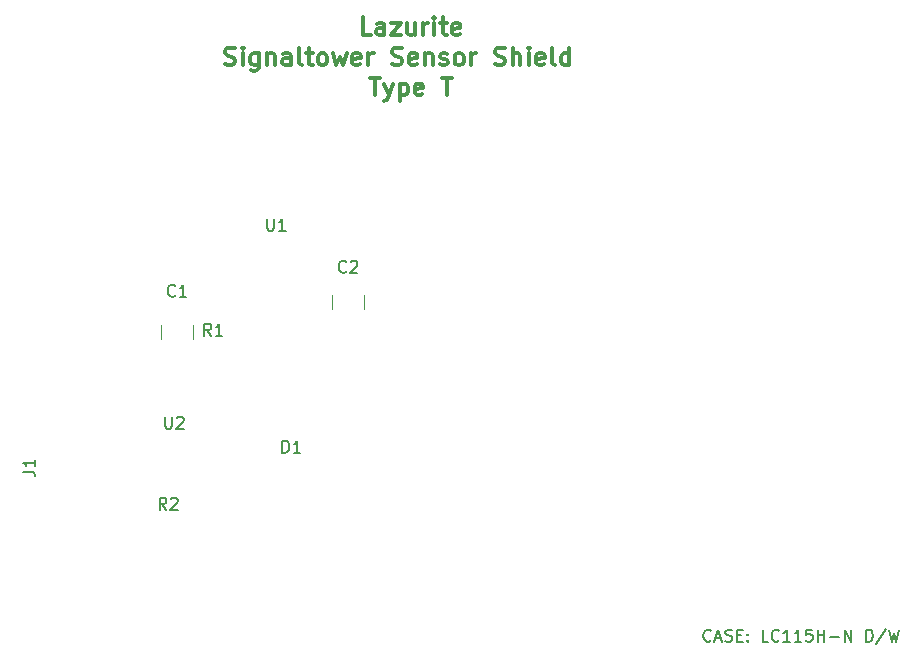
<source format=gbr>
G04 #@! TF.GenerationSoftware,KiCad,Pcbnew,(5.1.4)-1*
G04 #@! TF.CreationDate,2019-11-18T11:48:03+09:00*
G04 #@! TF.ProjectId,signaltowr_hikarikensyutu,7369676e-616c-4746-9f77-725f68696b61,rev?*
G04 #@! TF.SameCoordinates,Original*
G04 #@! TF.FileFunction,Legend,Top*
G04 #@! TF.FilePolarity,Positive*
%FSLAX46Y46*%
G04 Gerber Fmt 4.6, Leading zero omitted, Abs format (unit mm)*
G04 Created by KiCad (PCBNEW (5.1.4)-1) date 2019-11-18 11:48:03*
%MOMM*%
%LPD*%
G04 APERTURE LIST*
%ADD10C,0.300000*%
%ADD11C,0.150000*%
%ADD12C,0.120000*%
G04 APERTURE END LIST*
D10*
X115479142Y-56294571D02*
X114764857Y-56294571D01*
X114764857Y-54794571D01*
X116622000Y-56294571D02*
X116622000Y-55508857D01*
X116550571Y-55366000D01*
X116407714Y-55294571D01*
X116122000Y-55294571D01*
X115979142Y-55366000D01*
X116622000Y-56223142D02*
X116479142Y-56294571D01*
X116122000Y-56294571D01*
X115979142Y-56223142D01*
X115907714Y-56080285D01*
X115907714Y-55937428D01*
X115979142Y-55794571D01*
X116122000Y-55723142D01*
X116479142Y-55723142D01*
X116622000Y-55651714D01*
X117193428Y-55294571D02*
X117979142Y-55294571D01*
X117193428Y-56294571D01*
X117979142Y-56294571D01*
X119193428Y-55294571D02*
X119193428Y-56294571D01*
X118550571Y-55294571D02*
X118550571Y-56080285D01*
X118622000Y-56223142D01*
X118764857Y-56294571D01*
X118979142Y-56294571D01*
X119122000Y-56223142D01*
X119193428Y-56151714D01*
X119907714Y-56294571D02*
X119907714Y-55294571D01*
X119907714Y-55580285D02*
X119979142Y-55437428D01*
X120050571Y-55366000D01*
X120193428Y-55294571D01*
X120336285Y-55294571D01*
X120836285Y-56294571D02*
X120836285Y-55294571D01*
X120836285Y-54794571D02*
X120764857Y-54866000D01*
X120836285Y-54937428D01*
X120907714Y-54866000D01*
X120836285Y-54794571D01*
X120836285Y-54937428D01*
X121336285Y-55294571D02*
X121907714Y-55294571D01*
X121550571Y-54794571D02*
X121550571Y-56080285D01*
X121622000Y-56223142D01*
X121764857Y-56294571D01*
X121907714Y-56294571D01*
X122979142Y-56223142D02*
X122836285Y-56294571D01*
X122550571Y-56294571D01*
X122407714Y-56223142D01*
X122336285Y-56080285D01*
X122336285Y-55508857D01*
X122407714Y-55366000D01*
X122550571Y-55294571D01*
X122836285Y-55294571D01*
X122979142Y-55366000D01*
X123050571Y-55508857D01*
X123050571Y-55651714D01*
X122336285Y-55794571D01*
X103122000Y-58773142D02*
X103336285Y-58844571D01*
X103693428Y-58844571D01*
X103836285Y-58773142D01*
X103907714Y-58701714D01*
X103979142Y-58558857D01*
X103979142Y-58416000D01*
X103907714Y-58273142D01*
X103836285Y-58201714D01*
X103693428Y-58130285D01*
X103407714Y-58058857D01*
X103264857Y-57987428D01*
X103193428Y-57916000D01*
X103122000Y-57773142D01*
X103122000Y-57630285D01*
X103193428Y-57487428D01*
X103264857Y-57416000D01*
X103407714Y-57344571D01*
X103764857Y-57344571D01*
X103979142Y-57416000D01*
X104622000Y-58844571D02*
X104622000Y-57844571D01*
X104622000Y-57344571D02*
X104550571Y-57416000D01*
X104622000Y-57487428D01*
X104693428Y-57416000D01*
X104622000Y-57344571D01*
X104622000Y-57487428D01*
X105979142Y-57844571D02*
X105979142Y-59058857D01*
X105907714Y-59201714D01*
X105836285Y-59273142D01*
X105693428Y-59344571D01*
X105479142Y-59344571D01*
X105336285Y-59273142D01*
X105979142Y-58773142D02*
X105836285Y-58844571D01*
X105550571Y-58844571D01*
X105407714Y-58773142D01*
X105336285Y-58701714D01*
X105264857Y-58558857D01*
X105264857Y-58130285D01*
X105336285Y-57987428D01*
X105407714Y-57916000D01*
X105550571Y-57844571D01*
X105836285Y-57844571D01*
X105979142Y-57916000D01*
X106693428Y-57844571D02*
X106693428Y-58844571D01*
X106693428Y-57987428D02*
X106764857Y-57916000D01*
X106907714Y-57844571D01*
X107122000Y-57844571D01*
X107264857Y-57916000D01*
X107336285Y-58058857D01*
X107336285Y-58844571D01*
X108693428Y-58844571D02*
X108693428Y-58058857D01*
X108622000Y-57916000D01*
X108479142Y-57844571D01*
X108193428Y-57844571D01*
X108050571Y-57916000D01*
X108693428Y-58773142D02*
X108550571Y-58844571D01*
X108193428Y-58844571D01*
X108050571Y-58773142D01*
X107979142Y-58630285D01*
X107979142Y-58487428D01*
X108050571Y-58344571D01*
X108193428Y-58273142D01*
X108550571Y-58273142D01*
X108693428Y-58201714D01*
X109622000Y-58844571D02*
X109479142Y-58773142D01*
X109407714Y-58630285D01*
X109407714Y-57344571D01*
X109979142Y-57844571D02*
X110550571Y-57844571D01*
X110193428Y-57344571D02*
X110193428Y-58630285D01*
X110264857Y-58773142D01*
X110407714Y-58844571D01*
X110550571Y-58844571D01*
X111264857Y-58844571D02*
X111122000Y-58773142D01*
X111050571Y-58701714D01*
X110979142Y-58558857D01*
X110979142Y-58130285D01*
X111050571Y-57987428D01*
X111122000Y-57916000D01*
X111264857Y-57844571D01*
X111479142Y-57844571D01*
X111622000Y-57916000D01*
X111693428Y-57987428D01*
X111764857Y-58130285D01*
X111764857Y-58558857D01*
X111693428Y-58701714D01*
X111622000Y-58773142D01*
X111479142Y-58844571D01*
X111264857Y-58844571D01*
X112264857Y-57844571D02*
X112550571Y-58844571D01*
X112836285Y-58130285D01*
X113122000Y-58844571D01*
X113407714Y-57844571D01*
X114550571Y-58773142D02*
X114407714Y-58844571D01*
X114122000Y-58844571D01*
X113979142Y-58773142D01*
X113907714Y-58630285D01*
X113907714Y-58058857D01*
X113979142Y-57916000D01*
X114122000Y-57844571D01*
X114407714Y-57844571D01*
X114550571Y-57916000D01*
X114622000Y-58058857D01*
X114622000Y-58201714D01*
X113907714Y-58344571D01*
X115264857Y-58844571D02*
X115264857Y-57844571D01*
X115264857Y-58130285D02*
X115336285Y-57987428D01*
X115407714Y-57916000D01*
X115550571Y-57844571D01*
X115693428Y-57844571D01*
X117264857Y-58773142D02*
X117479142Y-58844571D01*
X117836285Y-58844571D01*
X117979142Y-58773142D01*
X118050571Y-58701714D01*
X118122000Y-58558857D01*
X118122000Y-58416000D01*
X118050571Y-58273142D01*
X117979142Y-58201714D01*
X117836285Y-58130285D01*
X117550571Y-58058857D01*
X117407714Y-57987428D01*
X117336285Y-57916000D01*
X117264857Y-57773142D01*
X117264857Y-57630285D01*
X117336285Y-57487428D01*
X117407714Y-57416000D01*
X117550571Y-57344571D01*
X117907714Y-57344571D01*
X118122000Y-57416000D01*
X119336285Y-58773142D02*
X119193428Y-58844571D01*
X118907714Y-58844571D01*
X118764857Y-58773142D01*
X118693428Y-58630285D01*
X118693428Y-58058857D01*
X118764857Y-57916000D01*
X118907714Y-57844571D01*
X119193428Y-57844571D01*
X119336285Y-57916000D01*
X119407714Y-58058857D01*
X119407714Y-58201714D01*
X118693428Y-58344571D01*
X120050571Y-57844571D02*
X120050571Y-58844571D01*
X120050571Y-57987428D02*
X120122000Y-57916000D01*
X120264857Y-57844571D01*
X120479142Y-57844571D01*
X120622000Y-57916000D01*
X120693428Y-58058857D01*
X120693428Y-58844571D01*
X121336285Y-58773142D02*
X121479142Y-58844571D01*
X121764857Y-58844571D01*
X121907714Y-58773142D01*
X121979142Y-58630285D01*
X121979142Y-58558857D01*
X121907714Y-58416000D01*
X121764857Y-58344571D01*
X121550571Y-58344571D01*
X121407714Y-58273142D01*
X121336285Y-58130285D01*
X121336285Y-58058857D01*
X121407714Y-57916000D01*
X121550571Y-57844571D01*
X121764857Y-57844571D01*
X121907714Y-57916000D01*
X122836285Y-58844571D02*
X122693428Y-58773142D01*
X122622000Y-58701714D01*
X122550571Y-58558857D01*
X122550571Y-58130285D01*
X122622000Y-57987428D01*
X122693428Y-57916000D01*
X122836285Y-57844571D01*
X123050571Y-57844571D01*
X123193428Y-57916000D01*
X123264857Y-57987428D01*
X123336285Y-58130285D01*
X123336285Y-58558857D01*
X123264857Y-58701714D01*
X123193428Y-58773142D01*
X123050571Y-58844571D01*
X122836285Y-58844571D01*
X123979142Y-58844571D02*
X123979142Y-57844571D01*
X123979142Y-58130285D02*
X124050571Y-57987428D01*
X124122000Y-57916000D01*
X124264857Y-57844571D01*
X124407714Y-57844571D01*
X125979142Y-58773142D02*
X126193428Y-58844571D01*
X126550571Y-58844571D01*
X126693428Y-58773142D01*
X126764857Y-58701714D01*
X126836285Y-58558857D01*
X126836285Y-58416000D01*
X126764857Y-58273142D01*
X126693428Y-58201714D01*
X126550571Y-58130285D01*
X126264857Y-58058857D01*
X126122000Y-57987428D01*
X126050571Y-57916000D01*
X125979142Y-57773142D01*
X125979142Y-57630285D01*
X126050571Y-57487428D01*
X126122000Y-57416000D01*
X126264857Y-57344571D01*
X126622000Y-57344571D01*
X126836285Y-57416000D01*
X127479142Y-58844571D02*
X127479142Y-57344571D01*
X128122000Y-58844571D02*
X128122000Y-58058857D01*
X128050571Y-57916000D01*
X127907714Y-57844571D01*
X127693428Y-57844571D01*
X127550571Y-57916000D01*
X127479142Y-57987428D01*
X128836285Y-58844571D02*
X128836285Y-57844571D01*
X128836285Y-57344571D02*
X128764857Y-57416000D01*
X128836285Y-57487428D01*
X128907714Y-57416000D01*
X128836285Y-57344571D01*
X128836285Y-57487428D01*
X130122000Y-58773142D02*
X129979142Y-58844571D01*
X129693428Y-58844571D01*
X129550571Y-58773142D01*
X129479142Y-58630285D01*
X129479142Y-58058857D01*
X129550571Y-57916000D01*
X129693428Y-57844571D01*
X129979142Y-57844571D01*
X130122000Y-57916000D01*
X130193428Y-58058857D01*
X130193428Y-58201714D01*
X129479142Y-58344571D01*
X131050571Y-58844571D02*
X130907714Y-58773142D01*
X130836285Y-58630285D01*
X130836285Y-57344571D01*
X132264857Y-58844571D02*
X132264857Y-57344571D01*
X132264857Y-58773142D02*
X132122000Y-58844571D01*
X131836285Y-58844571D01*
X131693428Y-58773142D01*
X131622000Y-58701714D01*
X131550571Y-58558857D01*
X131550571Y-58130285D01*
X131622000Y-57987428D01*
X131693428Y-57916000D01*
X131836285Y-57844571D01*
X132122000Y-57844571D01*
X132264857Y-57916000D01*
X115407714Y-59894571D02*
X116264857Y-59894571D01*
X115836285Y-61394571D02*
X115836285Y-59894571D01*
X116622000Y-60394571D02*
X116979142Y-61394571D01*
X117336285Y-60394571D02*
X116979142Y-61394571D01*
X116836285Y-61751714D01*
X116764857Y-61823142D01*
X116622000Y-61894571D01*
X117907714Y-60394571D02*
X117907714Y-61894571D01*
X117907714Y-60466000D02*
X118050571Y-60394571D01*
X118336285Y-60394571D01*
X118479142Y-60466000D01*
X118550571Y-60537428D01*
X118622000Y-60680285D01*
X118622000Y-61108857D01*
X118550571Y-61251714D01*
X118479142Y-61323142D01*
X118336285Y-61394571D01*
X118050571Y-61394571D01*
X117907714Y-61323142D01*
X119836285Y-61323142D02*
X119693428Y-61394571D01*
X119407714Y-61394571D01*
X119264857Y-61323142D01*
X119193428Y-61180285D01*
X119193428Y-60608857D01*
X119264857Y-60466000D01*
X119407714Y-60394571D01*
X119693428Y-60394571D01*
X119836285Y-60466000D01*
X119907714Y-60608857D01*
X119907714Y-60751714D01*
X119193428Y-60894571D01*
X121479142Y-59894571D02*
X122336285Y-59894571D01*
X121907714Y-61394571D02*
X121907714Y-59894571D01*
D11*
X144249142Y-107545142D02*
X144201523Y-107592761D01*
X144058666Y-107640380D01*
X143963428Y-107640380D01*
X143820571Y-107592761D01*
X143725333Y-107497523D01*
X143677714Y-107402285D01*
X143630095Y-107211809D01*
X143630095Y-107068952D01*
X143677714Y-106878476D01*
X143725333Y-106783238D01*
X143820571Y-106688000D01*
X143963428Y-106640380D01*
X144058666Y-106640380D01*
X144201523Y-106688000D01*
X144249142Y-106735619D01*
X144630095Y-107354666D02*
X145106285Y-107354666D01*
X144534857Y-107640380D02*
X144868190Y-106640380D01*
X145201523Y-107640380D01*
X145487238Y-107592761D02*
X145630095Y-107640380D01*
X145868190Y-107640380D01*
X145963428Y-107592761D01*
X146011047Y-107545142D01*
X146058666Y-107449904D01*
X146058666Y-107354666D01*
X146011047Y-107259428D01*
X145963428Y-107211809D01*
X145868190Y-107164190D01*
X145677714Y-107116571D01*
X145582476Y-107068952D01*
X145534857Y-107021333D01*
X145487238Y-106926095D01*
X145487238Y-106830857D01*
X145534857Y-106735619D01*
X145582476Y-106688000D01*
X145677714Y-106640380D01*
X145915809Y-106640380D01*
X146058666Y-106688000D01*
X146487238Y-107116571D02*
X146820571Y-107116571D01*
X146963428Y-107640380D02*
X146487238Y-107640380D01*
X146487238Y-106640380D01*
X146963428Y-106640380D01*
X147392000Y-107545142D02*
X147439619Y-107592761D01*
X147392000Y-107640380D01*
X147344380Y-107592761D01*
X147392000Y-107545142D01*
X147392000Y-107640380D01*
X147392000Y-107021333D02*
X147439619Y-107068952D01*
X147392000Y-107116571D01*
X147344380Y-107068952D01*
X147392000Y-107021333D01*
X147392000Y-107116571D01*
X149106285Y-107640380D02*
X148630095Y-107640380D01*
X148630095Y-106640380D01*
X150011047Y-107545142D02*
X149963428Y-107592761D01*
X149820571Y-107640380D01*
X149725333Y-107640380D01*
X149582476Y-107592761D01*
X149487238Y-107497523D01*
X149439619Y-107402285D01*
X149392000Y-107211809D01*
X149392000Y-107068952D01*
X149439619Y-106878476D01*
X149487238Y-106783238D01*
X149582476Y-106688000D01*
X149725333Y-106640380D01*
X149820571Y-106640380D01*
X149963428Y-106688000D01*
X150011047Y-106735619D01*
X150963428Y-107640380D02*
X150392000Y-107640380D01*
X150677714Y-107640380D02*
X150677714Y-106640380D01*
X150582476Y-106783238D01*
X150487238Y-106878476D01*
X150392000Y-106926095D01*
X151915809Y-107640380D02*
X151344380Y-107640380D01*
X151630095Y-107640380D02*
X151630095Y-106640380D01*
X151534857Y-106783238D01*
X151439619Y-106878476D01*
X151344380Y-106926095D01*
X152820571Y-106640380D02*
X152344380Y-106640380D01*
X152296761Y-107116571D01*
X152344380Y-107068952D01*
X152439619Y-107021333D01*
X152677714Y-107021333D01*
X152772952Y-107068952D01*
X152820571Y-107116571D01*
X152868190Y-107211809D01*
X152868190Y-107449904D01*
X152820571Y-107545142D01*
X152772952Y-107592761D01*
X152677714Y-107640380D01*
X152439619Y-107640380D01*
X152344380Y-107592761D01*
X152296761Y-107545142D01*
X153296761Y-107640380D02*
X153296761Y-106640380D01*
X153296761Y-107116571D02*
X153868190Y-107116571D01*
X153868190Y-107640380D02*
X153868190Y-106640380D01*
X154344380Y-107259428D02*
X155106285Y-107259428D01*
X155582476Y-107640380D02*
X155582476Y-106640380D01*
X156153904Y-107640380D01*
X156153904Y-106640380D01*
X157392000Y-107640380D02*
X157392000Y-106640380D01*
X157630095Y-106640380D01*
X157772952Y-106688000D01*
X157868190Y-106783238D01*
X157915809Y-106878476D01*
X157963428Y-107068952D01*
X157963428Y-107211809D01*
X157915809Y-107402285D01*
X157868190Y-107497523D01*
X157772952Y-107592761D01*
X157630095Y-107640380D01*
X157392000Y-107640380D01*
X159106285Y-106592761D02*
X158249142Y-107878476D01*
X159344380Y-106640380D02*
X159582476Y-107640380D01*
X159772952Y-106926095D01*
X159963428Y-107640380D01*
X160201523Y-106640380D01*
D12*
X114898000Y-79466064D02*
X114898000Y-78261936D01*
X112178000Y-79466064D02*
X112178000Y-78261936D01*
X100420000Y-82006064D02*
X100420000Y-80801936D01*
X97700000Y-82006064D02*
X97700000Y-80801936D01*
D11*
X106680095Y-71842380D02*
X106680095Y-72651904D01*
X106727714Y-72747142D01*
X106775333Y-72794761D01*
X106870571Y-72842380D01*
X107061047Y-72842380D01*
X107156285Y-72794761D01*
X107203904Y-72747142D01*
X107251523Y-72651904D01*
X107251523Y-71842380D01*
X108251523Y-72842380D02*
X107680095Y-72842380D01*
X107965809Y-72842380D02*
X107965809Y-71842380D01*
X107870571Y-71985238D01*
X107775333Y-72080476D01*
X107680095Y-72128095D01*
X98044095Y-88606380D02*
X98044095Y-89415904D01*
X98091714Y-89511142D01*
X98139333Y-89558761D01*
X98234571Y-89606380D01*
X98425047Y-89606380D01*
X98520285Y-89558761D01*
X98567904Y-89511142D01*
X98615523Y-89415904D01*
X98615523Y-88606380D01*
X99044095Y-88701619D02*
X99091714Y-88654000D01*
X99186952Y-88606380D01*
X99425047Y-88606380D01*
X99520285Y-88654000D01*
X99567904Y-88701619D01*
X99615523Y-88796857D01*
X99615523Y-88892095D01*
X99567904Y-89034952D01*
X98996476Y-89606380D01*
X99615523Y-89606380D01*
X86002380Y-93245333D02*
X86716666Y-93245333D01*
X86859523Y-93292952D01*
X86954761Y-93388190D01*
X87002380Y-93531047D01*
X87002380Y-93626285D01*
X87002380Y-92245333D02*
X87002380Y-92816761D01*
X87002380Y-92531047D02*
X86002380Y-92531047D01*
X86145238Y-92626285D01*
X86240476Y-92721523D01*
X86288095Y-92816761D01*
X107973904Y-91638380D02*
X107973904Y-90638380D01*
X108212000Y-90638380D01*
X108354857Y-90686000D01*
X108450095Y-90781238D01*
X108497714Y-90876476D01*
X108545333Y-91066952D01*
X108545333Y-91209809D01*
X108497714Y-91400285D01*
X108450095Y-91495523D01*
X108354857Y-91590761D01*
X108212000Y-91638380D01*
X107973904Y-91638380D01*
X109497714Y-91638380D02*
X108926285Y-91638380D01*
X109212000Y-91638380D02*
X109212000Y-90638380D01*
X109116761Y-90781238D01*
X109021523Y-90876476D01*
X108926285Y-90924095D01*
X101941333Y-81732380D02*
X101608000Y-81256190D01*
X101369904Y-81732380D02*
X101369904Y-80732380D01*
X101750857Y-80732380D01*
X101846095Y-80780000D01*
X101893714Y-80827619D01*
X101941333Y-80922857D01*
X101941333Y-81065714D01*
X101893714Y-81160952D01*
X101846095Y-81208571D01*
X101750857Y-81256190D01*
X101369904Y-81256190D01*
X102893714Y-81732380D02*
X102322285Y-81732380D01*
X102608000Y-81732380D02*
X102608000Y-80732380D01*
X102512761Y-80875238D01*
X102417523Y-80970476D01*
X102322285Y-81018095D01*
X98154333Y-96464380D02*
X97821000Y-95988190D01*
X97582904Y-96464380D02*
X97582904Y-95464380D01*
X97963857Y-95464380D01*
X98059095Y-95512000D01*
X98106714Y-95559619D01*
X98154333Y-95654857D01*
X98154333Y-95797714D01*
X98106714Y-95892952D01*
X98059095Y-95940571D01*
X97963857Y-95988190D01*
X97582904Y-95988190D01*
X98535285Y-95559619D02*
X98582904Y-95512000D01*
X98678142Y-95464380D01*
X98916238Y-95464380D01*
X99011476Y-95512000D01*
X99059095Y-95559619D01*
X99106714Y-95654857D01*
X99106714Y-95750095D01*
X99059095Y-95892952D01*
X98487666Y-96464380D01*
X99106714Y-96464380D01*
X113371333Y-76303142D02*
X113323714Y-76350761D01*
X113180857Y-76398380D01*
X113085619Y-76398380D01*
X112942761Y-76350761D01*
X112847523Y-76255523D01*
X112799904Y-76160285D01*
X112752285Y-75969809D01*
X112752285Y-75826952D01*
X112799904Y-75636476D01*
X112847523Y-75541238D01*
X112942761Y-75446000D01*
X113085619Y-75398380D01*
X113180857Y-75398380D01*
X113323714Y-75446000D01*
X113371333Y-75493619D01*
X113752285Y-75493619D02*
X113799904Y-75446000D01*
X113895142Y-75398380D01*
X114133238Y-75398380D01*
X114228476Y-75446000D01*
X114276095Y-75493619D01*
X114323714Y-75588857D01*
X114323714Y-75684095D01*
X114276095Y-75826952D01*
X113704666Y-76398380D01*
X114323714Y-76398380D01*
X98893333Y-78335142D02*
X98845714Y-78382761D01*
X98702857Y-78430380D01*
X98607619Y-78430380D01*
X98464761Y-78382761D01*
X98369523Y-78287523D01*
X98321904Y-78192285D01*
X98274285Y-78001809D01*
X98274285Y-77858952D01*
X98321904Y-77668476D01*
X98369523Y-77573238D01*
X98464761Y-77478000D01*
X98607619Y-77430380D01*
X98702857Y-77430380D01*
X98845714Y-77478000D01*
X98893333Y-77525619D01*
X99845714Y-78430380D02*
X99274285Y-78430380D01*
X99560000Y-78430380D02*
X99560000Y-77430380D01*
X99464761Y-77573238D01*
X99369523Y-77668476D01*
X99274285Y-77716095D01*
M02*

</source>
